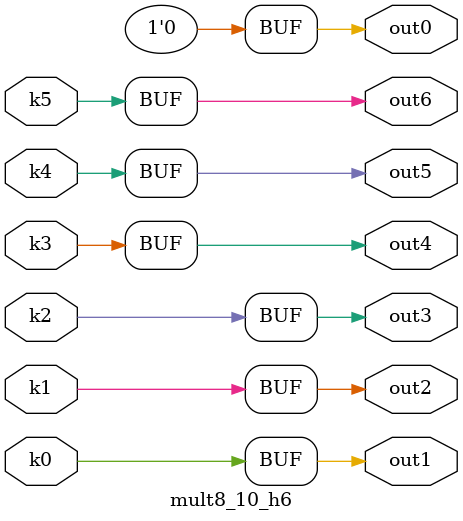
<source format=v>
module mult8_10(pi0, pi1, pi2, pi3, pi4, pi5, pi6, pi7, pi8, po0, po1, po2, po3, po4, po5, po6);
input pi0, pi1, pi2, pi3, pi4, pi5, pi6, pi7, pi8;
output po0, po1, po2, po3, po4, po5, po6;
wire k0, k1, k2, k3, k4, k5;
mult8_10_w6 DUT1 (pi0, pi1, pi2, pi3, pi4, pi5, pi6, pi7, pi8, k0, k1, k2, k3, k4, k5);
mult8_10_h6 DUT2 (k0, k1, k2, k3, k4, k5, po0, po1, po2, po3, po4, po5, po6);
endmodule

module mult8_10_w6(in8, in7, in6, in5, in4, in3, in2, in1, in0, k5, k4, k3, k2, k1, k0);
input in8, in7, in6, in5, in4, in3, in2, in1, in0;
output k5, k4, k3, k2, k1, k0;
assign k0 =   (in4 & ((in7 & ((~in3 & ~in6 & ((in5 & ((in2 & ~in1) | (in8 & in1 & ~in0))) | (in8 & (in2 ? ~in1 : (in1 & ~in0))) | (~in5 & (in0 | (~in2 & ~in1))) | (in2 & in0) | (~in8 & ~in2 & ~in1 & ~in0))) | (in0 & ((in8 & ((in5 & in2) | (in3 & ~in1))) | (in5 & in3 & ~in1))))) | (in8 & ~in6 & ((~in1 & ((in2 & in0) | (in3 & ~in7))) | (~in2 & ~in7 & in0))) | (in6 & (((~in8 | in1) & ((in2 & ((~in5 & ~in3 & (~in7 | ~in0)) | (~in7 & ~in0))) | (in3 & ~in7 & ~in0))) | (~in8 & in1 & ((~in5 & ~in3 & (~in7 | ~in0)) | (~in7 & ~in0))) | (~in7 & ~in0 & ~in5 & ~in3))))) | (in5 & ((in7 & ((~in2 & ((~in0 & ((in8 & (in3 | (in6 & ~in1))) | (in3 & ~in1) | ~in4 | (~in3 & ~in6 & in1))) | (in1 & (~in4 | (in6 & in0))))) | (~in1 & ((in6 & (in0 ? ~in3 : ~in4)) | (in2 & in0) | (in3 & ~in4 & ~in0))))) | (~in2 & ((~in3 & in6 & ~in1 & ~in4) | (in3 & ~in6 & in1 & in0))) | (in6 & ~in4 & in0 & (in2 | in1)))) | (in0 & ((~in7 & ((in3 & ~in6) | (~in2 & ~in1 & (~in6 | ~in4)))) | (~in4 & ((~in2 & ~in1 & (~in5 | ~in3)) | (in3 & (in2 | in1))))));
assign k1 =   in0 ? ((in4 & ((in5 & ((((~in8 & ~in2 & in1) | (in2 & in7 & ~in1)) & (in6 | in3)) | (~in8 & ((~in2 & in7 & ~in3) | (in6 & in2 & ~in1))) | (~in2 & ~in3 & in1 & (in7 | (~in6 & in8))))) | (~in3 & ((~in6 & (in8 ? (~in7 & ~in1) : (in7 & in1))) | (in7 & ((~in8 & (in2 ? ~in5 : in1)) | (in2 & ~in5 & in1))) | (~in7 & ~in1 & in8 & ~in5))) | (in8 & ~in2 & ~in5 & ~in7 & in1))) | (~in1 & ((~in3 & ((~in6 & ((in2 & in5 & ~in4 & in7) | (~in2 & ~in7))) | (~in2 & ~in5 & ~in7))) | (~in2 & ~in4 & (~in5 | in3)) | (in8 & ~in5 & in7 & in3))) | (in1 & ((in2 & ((in5 & ((in8 & (in6 | in3)) | (in6 & (~in4 | ~in7)))) | (~in4 & in3))) | (~in7 & (in3 | (in6 & in5 & ~in4))))) | (~in4 & ((~in7 & (in3 | (in6 & in2 & in5))) | (~in5 & in3))) | (~in8 & ~in7 & in3)) : ((in4 & ((~in1 & ((in5 & ((~in6 & in2 & ~in3 & (~in8 | in7)) | (in6 & in8 & ~in7) | (~in2 & in7 & in3))) | (in8 & ((~in2 & in7 & ~in3) | (~in7 & in3))) | (in7 & ~in3 & ~in2 & ~in5))) | (in6 & in5 & ((in8 & ~in2 & ~in7 & ~in3) | (in7 & in1 & ~in8 & in2))) | (in7 & in3 & ((~in8 & (~in5 | (in2 & in1))) | (in1 & (~in5 | (in8 & ~in2))))))) | (~in3 & ((~in1 & ((in6 & (in2 ? (~in4 & in7) : (in5 & ~in7))) | (in8 & in2 & ~in5 & in7))) | (in1 & ((in8 & ((~in6 & in2 & in5) | (~in2 & ~in5 & in7))) | ((~in4 | (~in8 & ~in7)) & (~in6 | ~in5)) | (in2 & ~in5 & ~in7))) | (in2 & ((~in5 & (~in4 | (~in8 & ~in7))) | (~in6 & ~in4 & ~in7))) | (~in4 & in7 & ~in2 & in5))) | (in5 & ~in4 & in7 & (in2 ? (in3 & ~in1) : in1)));
assign k2 =   in8 & in4;
assign k3 =   ((~in7 | ~in5) & ((~in1 & (in3 | in2)) | (~in3 & ~in2 & in1))) | (in7 & in5 & ((in1 & (in3 | in2)) | (~in3 & ~in2 & ~in1)));
assign k4 =   in6;
assign k5 =   in7;
endmodule

module mult8_10_h6(k5, k4, k3, k2, k1, k0, out6, out5, out4, out3, out2, out1, out0);
input k5, k4, k3, k2, k1, k0;
output out6, out5, out4, out3, out2, out1, out0;
assign out0 = 0;
assign out1 = k0;
assign out2 = k1;
assign out3 = k2;
assign out4 = k3;
assign out5 = k4;
assign out6 = k5;
endmodule

</source>
